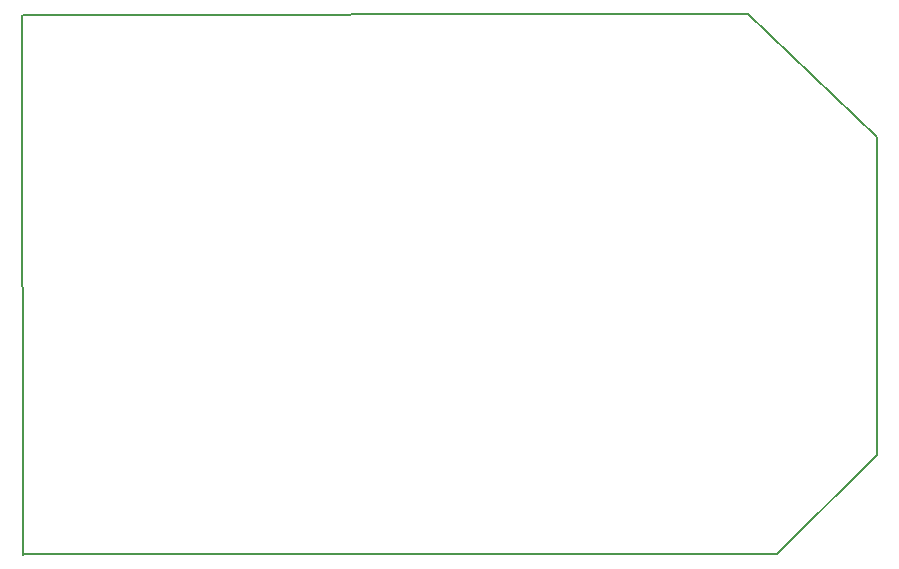
<source format=gbr>
G04 #@! TF.FileFunction,Profile,NP*
%FSLAX46Y46*%
G04 Gerber Fmt 4.6, Leading zero omitted, Abs format (unit mm)*
G04 Created by KiCad (PCBNEW 4.0.5) date 06/09/17 00:57:21*
%MOMM*%
%LPD*%
G01*
G04 APERTURE LIST*
%ADD10C,0.100000*%
%ADD11C,0.150000*%
G04 APERTURE END LIST*
D10*
D11*
X142941040Y-67525900D02*
X132049520Y-57129680D01*
X142923260Y-94391480D02*
X142941040Y-67525900D01*
X125420120Y-57137300D02*
X132059680Y-57124600D01*
X134449820Y-102880160D02*
X142895320Y-94429580D01*
X70591680Y-102880160D02*
X134449820Y-102880160D01*
X70568820Y-57216040D02*
X70594220Y-102892860D01*
X125694440Y-57162700D02*
X70601840Y-57188100D01*
M02*

</source>
